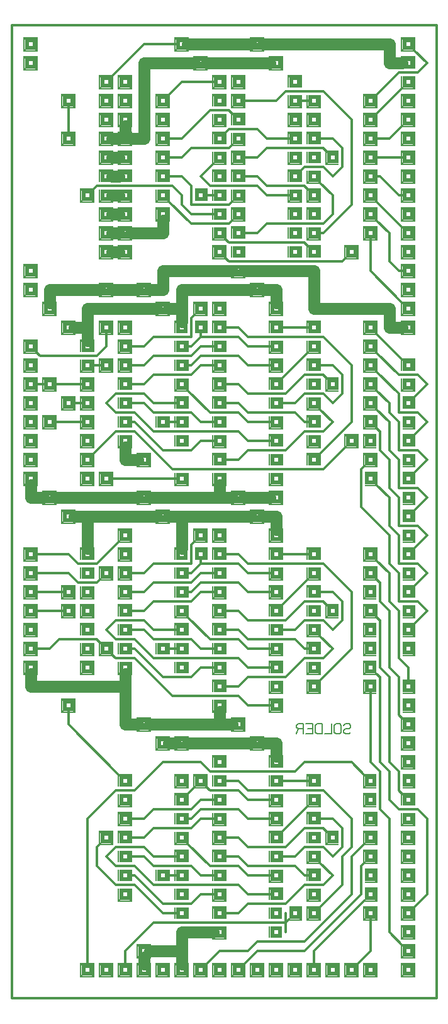
<source format=gbl>
%MOIN*%
%FSLAX23Y23*%
%ADD10C,.012*%
%ADD11C,.062*%
%ADD12C,.050X.024*%
%ADD13R,.062X.062X.024*%
%ADD14C,.016*%
%ADD15R,.008X.062*%
%ADD16R,.062X.008*%
%ADD17C,.008*%
%LPD*%
G90*X0Y0D02*D13*X400Y150D03*D14*X431Y181D03*      
Y119D03*X369Y181D03*Y119D03*D15*X435Y150D03*      
X365D03*D16*X400Y185D03*Y115D03*Y181D02*D10*      
Y950D01*X550Y1100D01*X650D01*X800Y1250D01*        
X1000D01*X1050Y1200D01*X1500D01*X1550Y1250D01*    
X1800D01*X1869Y1181D01*D13*X1900Y1150D03*D14*     
X1869Y1181D03*Y1119D03*D15*X1865Y1150D03*D16*     
X1900Y1185D03*Y1115D03*X1950Y1200D02*D10*Y1000D01*
X2000Y950D01*Y350D01*X2069Y281D01*D13*            
X2100Y250D03*D14*X2131Y281D03*Y219D03*            
X2069Y281D03*Y219D03*D15*X2135Y250D03*X2065D03*   
D16*X2100Y285D03*Y215D03*D13*Y350D03*D14*         
X2131Y381D03*Y319D03*X2069Y381D03*Y319D03*D15*    
X2135Y350D03*X2065D03*D16*X2100Y385D03*Y315D03*   
D13*Y150D03*D14*X2131Y181D03*Y119D03*X2069Y181D03*
Y119D03*D15*X2135Y150D03*X2065D03*D16*            
X2100Y185D03*Y115D03*D13*X1900Y450D03*D14*        
X1931Y481D03*Y419D03*X1869Y481D03*Y419D03*D15*    
X1935Y450D03*X1865D03*D16*X1900Y485D03*Y415D03*   
Y419D02*D10*Y250D01*X1831Y181D01*D13*X1800Y150D03*
D14*X1831Y181D03*Y119D03*X1769Y181D03*Y119D03*D15*
X1835Y150D03*X1765D03*D16*X1800Y185D03*Y115D03*   
D13*X1900Y150D03*D14*X1931Y181D03*Y119D03*        
X1869Y181D03*Y119D03*D15*X1935Y150D03*X1865D03*   
D16*X1900Y185D03*Y115D03*D13*X1700Y150D03*D14*    
X1731Y181D03*Y119D03*X1669Y181D03*Y119D03*D15*    
X1735Y150D03*X1665D03*D16*X1700Y185D03*Y115D03*   
X1600Y250D02*D10*Y181D01*D13*Y150D03*D14*         
X1631Y181D03*Y119D03*X1569Y181D03*Y119D03*D15*    
X1635Y150D03*X1565D03*D16*X1600Y185D03*Y115D03*   
Y250D02*D10*X1869Y519D01*D13*X1900Y550D03*D14*    
X1931Y581D03*Y519D03*D15*X1935Y550D03*D16*        
X1900Y585D03*Y515D03*X1850Y550D02*D10*            
X1550Y250D01*X1300D01*X1231Y181D01*D13*           
X1200Y150D03*D14*X1231Y181D03*Y119D03*            
X1169Y181D03*Y119D03*D15*X1235Y150D03*X1165D03*   
D16*X1200Y185D03*Y115D03*X1100Y250D02*D10*        
X1031Y181D01*D13*X1000Y150D03*D14*X1031Y181D03*   
Y119D03*X969Y181D03*Y119D03*D15*X1035Y150D03*     
X965D03*D16*X1000Y185D03*Y115D03*X1100Y250D02*D10*
X1250D01*X1300Y300D01*X1550D01*X1800Y550D01*      
Y750D01*X1869Y819D01*D13*X1900Y850D03*D14*        
X1931Y881D03*Y819D03*X1869Y881D03*Y819D03*D15*    
X1935Y850D03*X1865D03*D16*X1900Y885D03*Y815D03*   
X1800Y950D02*D10*Y800D01*X1750Y750D01*Y600D01*    
X1631Y481D01*D13*X1600Y450D03*D14*X1631Y481D03*   
Y419D03*X1569Y481D03*Y419D03*D15*X1635Y450D03*    
X1565D03*D16*X1600Y485D03*Y415D03*D13*Y550D03*D14*
X1631Y519D03*X1569D03*D15*X1635Y550D03*X1565D03*  
D16*X1600Y515D03*D13*X1500Y450D03*D14*            
X1531Y481D03*Y419D03*D15*X1535Y450D03*D16*        
X1500Y485D03*Y415D03*X1469Y419D02*D10*            
X1450Y400D01*Y350D01*Y400D02*X750D01*X600Y250D01* 
Y181D01*D13*Y150D03*D14*X631Y181D03*Y119D03*      
X569Y181D03*Y119D03*D15*X635Y150D03*X565D03*D16*  
X600Y185D03*Y115D03*D13*X700Y250D03*D14*          
X731Y281D03*Y219D03*X669Y281D03*Y219D03*D15*      
X735Y250D03*X665D03*D16*X700Y285D03*Y215D03*      
Y219D02*D11*Y181D01*D13*Y150D03*D14*X731Y181D03*  
Y119D03*X669Y181D03*Y119D03*D15*X735Y150D03*      
X665D03*D16*X700Y185D03*Y115D03*D13*X800Y150D03*  
D14*X831Y181D03*Y119D03*X769Y181D03*Y119D03*D15*  
X835Y150D03*X765D03*D16*X800Y185D03*Y115D03*      
X731Y250D02*D11*X900D01*Y181D01*D13*Y150D03*D14*  
X931Y181D03*Y119D03*X869Y181D03*Y119D03*D15*      
X935Y150D03*X865D03*D16*X900Y185D03*Y115D03*      
Y250D02*D11*Y350D01*X1069D01*D13*X1100D03*D14*    
X1131Y319D03*X1069D03*D15*X1135Y350D03*X1065D03*  
D16*X1100Y315D03*X1200Y450D02*D10*X1131D01*D13*   
X1100D03*D14*X1131Y481D03*X1069D03*D15*           
X1135Y450D03*X1065D03*D16*X1100Y485D03*           
X1000Y550D02*D10*X950Y500D01*X800D01*X650Y650D01* 
X631D01*D13*X600D03*D15*X635D03*X565D03*          
X650Y600D02*D10*X800Y450D01*X869D01*D13*X900D03*  
D15*X935D03*X865D03*X1000Y550D02*D10*X1069D01*D13*
X1100D03*D14*X1131Y519D03*X1069D03*D15*           
X1135Y550D03*X1065D03*D16*X1100Y515D03*           
X1200Y450D02*D10*X1250Y500D01*X1450D01*           
X1550Y600D01*X1650D01*X1700Y650D01*X1631Y719D01*  
D13*X1600Y750D03*D14*X1631Y719D03*X1569D03*D15*   
X1635Y750D03*X1565D03*D16*X1600Y715D03*           
X1650Y800D02*D10*X1700Y750D01*X1750Y800D01*       
Y900D01*X1700Y950D01*X1631D01*D13*X1600D03*D14*   
X1631Y981D03*X1569D03*D15*X1635Y950D03*X1565D03*  
D16*X1600Y985D03*X1650Y900D02*D10*X1669Y881D01*   
D13*X1700Y850D03*D14*X1669Y881D03*Y819D03*D15*    
X1665Y850D03*D16*X1700Y885D03*Y815D03*            
X1650Y900D02*D10*X1550D01*X1450Y800D01*X1250D01*  
X1200Y850D01*X1131D01*D13*X1100D03*D14*           
X1131Y881D03*Y819D03*X1069Y881D03*Y819D03*D15*    
X1135Y850D03*X1065D03*D16*X1100Y885D03*Y815D03*   
X1200Y750D02*D10*X1250Y700D01*X1500D01*           
X1550Y650D01*X1569D01*D13*X1600D03*D14*           
X1631Y681D03*X1569D03*D15*X1635Y650D03*X1565D03*  
D16*X1600Y685D03*X1500Y750D02*D10*X1431D01*D13*   
X1400D03*D15*X1435D03*X1365D03*X1500D02*D10*      
X1550Y800D01*X1650D01*D13*X1600Y850D03*D15*       
X1635D03*X1565D03*X1800Y950D02*D10*X1650Y1100D01* 
X1250D01*X1200Y1150D01*X1131D01*D13*X1100D03*D15* 
X1135D03*X1065D03*X1050Y1100D02*D10*X1200D01*     
X1250Y1050D01*X1369D01*D13*X1400D03*D14*          
X1431Y1019D03*X1369D03*D15*X1435Y1050D03*X1365D03*
D16*X1400Y1015D03*D13*Y1150D03*D15*X1435D03*      
X1365D03*X1431D02*D10*X1569D01*D13*X1600D03*D14*  
X1631Y1181D03*X1569D03*D15*X1635Y1150D03*X1565D03*
D16*X1600Y1185D03*D13*Y1050D03*D14*X1631Y1019D03* 
X1569D03*D15*X1635Y1050D03*X1565D03*D16*          
X1600Y1015D03*X1569Y1019D02*D10*X1431Y881D01*D13* 
X1400Y850D03*D14*X1431Y881D03*X1369D03*D15*       
X1435Y850D03*X1365D03*D16*X1400Y885D03*D13*       
Y950D03*D14*X1431Y981D03*Y919D03*X1369Y981D03*    
Y919D03*D15*X1435Y950D03*X1365D03*D16*            
X1400Y985D03*Y915D03*X1369Y950D02*D10*X1250D01*   
X1200Y1000D01*X1000D01*X950Y950D01*X931D01*D13*   
X900D03*D15*X935D03*X865D03*X950Y900D02*D10*      
X750D01*X700Y850D01*X631D01*D13*X600D03*D14*      
X631Y881D03*X569D03*D15*X635Y850D03*X565D03*D16*  
X600Y885D03*X550Y800D02*D10*X500Y750D01*          
X550Y700D01*X650D01*X750Y600D01*X1200D01*         
X1250Y550D01*X1369D01*D13*X1400D03*D14*           
X1431Y581D03*X1369D03*D15*X1435Y550D03*X1365D03*  
D16*X1400Y585D03*D13*Y650D03*D14*X1431Y619D03*    
X1369D03*D15*X1435Y650D03*X1365D03*D16*           
X1400Y615D03*X1369Y650D02*D10*X1250D01*           
X1200Y700D01*X1050D01*X931Y819D01*D13*X900Y850D03*
D14*X931Y819D03*X869D03*D15*X935Y850D03*X865D03*  
D16*X900Y815D03*X950Y900D02*D10*X1000Y950D01*     
X1069D01*D13*X1100D03*D14*X1131Y919D03*X1069D03*  
D15*X1135Y950D03*X1065D03*D16*X1100Y915D03*       
X1000Y1050D02*D10*X950Y1000D01*X750D01*           
X700Y950D01*X631D01*D13*X600D03*D14*X631Y981D03*  
Y919D03*X569Y981D03*Y919D03*D15*X635Y950D03*      
X565D03*D16*X600Y985D03*Y915D03*D13*X500Y850D03*  
D14*X531Y881D03*Y819D03*X469Y881D03*Y819D03*D15*  
X535Y850D03*X465D03*D16*X500Y885D03*Y815D03*      
X469Y819D02*D10*X450Y800D01*Y700D01*X550Y600D01*  
X650D01*D13*X600Y550D03*D14*X631Y519D03*X569D03*  
D15*X635Y550D03*X565D03*D16*X600Y515D03*          
X750Y700D02*D10*X950D01*X1000Y650D01*X1069D01*D13*
X1100D03*D15*X1135D03*X1065D03*X1200Y750D02*D10*  
X1131D01*D13*X1100D03*D14*X1131Y781D03*X1069D03*  
D15*X1135Y750D03*X1065D03*D16*X1100Y785D03*D13*   
X900Y550D03*D15*X935D03*X865D03*D13*X900Y750D03*  
D14*X931Y781D03*X869D03*D15*X935Y750D03*X865D03*  
D16*X900Y785D03*X869Y750D02*D10*X750D01*          
X700Y800D01*X550D01*D13*X600Y750D03*D15*X635D03*  
X565D03*X631D02*D10*X700D01*X750Y700D01*D13*      
X800Y650D03*D15*X835D03*X765D03*X831D02*D10*      
X869D01*D13*X900D03*D15*X935D03*X865D03*D13*      
X1100Y1050D03*D15*X1135D03*X1065D03*X1069D02*D10* 
X1000D01*X1050Y1100D02*X1031Y1119D01*D13*         
X1000Y1150D03*D14*X1031Y1181D03*Y1119D03*         
X969Y1181D03*Y1119D03*D15*X1035Y1150D03*X965D03*  
D16*X1000Y1185D03*Y1115D03*X969Y1119D02*D10*      
X931Y1081D01*D13*X900Y1050D03*D14*X931Y1081D03*   
X869D03*D15*X935Y1050D03*X865D03*D16*X900Y1085D03*
D13*Y1150D03*D14*X931Y1181D03*Y1119D03*           
X869Y1181D03*Y1119D03*D15*X935Y1150D03*X865D03*   
D16*X900Y1185D03*Y1115D03*D13*X1100Y1250D03*D14*  
X1131Y1281D03*X1069D03*D15*X1135Y1250D03*X1065D03*
D16*X1100Y1285D03*D13*X600Y1150D03*D14*           
X631Y1181D03*X569D03*D15*X635Y1150D03*X565D03*D16*
X600Y1185D03*X569Y1181D02*D10*X300Y1450D01*       
Y1519D01*D13*Y1550D03*D14*X331Y1581D03*Y1519D03*  
X269Y1581D03*Y1519D03*D15*X335Y1550D03*X265D03*   
D16*X300Y1585D03*Y1515D03*D13*X100Y1750D03*D14*   
X131Y1781D03*Y1719D03*X69Y1781D03*Y1719D03*D15*   
X135Y1750D03*X65D03*D16*X100Y1785D03*Y1715D03*    
Y1719D02*D11*Y1650D01*X600D01*Y1450D01*X669D01*   
D13*X700D03*D14*X731Y1481D03*Y1419D03*            
X669Y1481D03*Y1419D03*D15*X735Y1450D03*X665D03*   
D16*X700Y1485D03*Y1415D03*X731Y1450D02*D11*       
X1100D01*X1169D01*D13*X1200D03*D14*X1231Y1481D03* 
Y1419D03*X1169Y1481D03*Y1419D03*D15*X1235Y1450D03*
X1165D03*D16*X1200Y1485D03*Y1415D03*D13*          
X1300Y1350D03*D14*X1331Y1381D03*Y1319D03*         
X1269Y1381D03*Y1319D03*D15*X1335Y1350D03*X1265D03*
D16*X1300Y1385D03*Y1315D03*X1269Y1350D02*D11*     
X931D01*D13*X900D03*D14*X931Y1381D03*Y1319D03*    
X869Y1381D03*Y1319D03*D15*X935Y1350D03*X865D03*   
D16*X900Y1385D03*Y1315D03*X869Y1350D02*D11*       
X831D01*D13*X800D03*D14*X831Y1381D03*Y1319D03*    
X769Y1381D03*Y1319D03*D15*X835Y1350D03*X765D03*   
D16*X800Y1385D03*Y1315D03*X850Y1600D02*D10*       
X1200D01*X1250Y1550D01*X1369D01*D13*X1400D03*D14* 
X1431Y1581D03*Y1519D03*X1369Y1581D03*Y1519D03*D15*
X1435Y1550D03*X1365D03*D16*X1400Y1585D03*Y1515D03*
D13*Y1650D03*D14*X1431Y1619D03*X1369D03*D15*      
X1435Y1650D03*X1365D03*D16*X1400Y1615D03*         
X1250Y1700D02*D10*X1200Y1650D01*X1131D01*D13*     
X1100D03*D14*X1131Y1681D03*X1069D03*D15*          
X1135Y1650D03*X1065D03*D16*X1100Y1685D03*         
X1000Y1750D02*D10*X950Y1700D01*X800D01*           
X650Y1850D01*X631D01*D13*X600D03*D15*X635D03*     
X565D03*X650Y1800D02*D10*X850Y1600D01*            
X1000Y1750D02*X1069D01*D13*X1100D03*D14*          
X1131Y1719D03*X1069D03*D15*X1135Y1750D03*X1065D03*
D16*X1100Y1715D03*X1000Y1850D02*D10*X1069D01*D13* 
X1100D03*D15*X1135D03*X1065D03*X1050Y1900D02*D10* 
X1200D01*X1250Y1850D01*X1369D01*D13*X1400D03*D14* 
X1431Y1819D03*X1369D03*D15*X1435Y1850D03*X1365D03*
D16*X1400Y1815D03*X1500Y1950D02*D10*X1431D01*D13* 
X1400D03*D15*X1435D03*X1365D03*X1450Y2000D02*D10* 
X1250D01*X1200Y2050D01*X1131D01*D13*X1100D03*D14* 
X1131Y2081D03*Y2019D03*X1069Y2081D03*Y2019D03*D15*
X1135Y2050D03*X1065D03*D16*X1100Y2085D03*Y2015D03*
X1200Y1950D02*D10*X1250Y1900D01*X1500D01*         
X1550Y1850D01*X1569D01*D13*X1600D03*D14*          
X1631Y1881D03*X1569D03*D15*X1635Y1850D03*X1565D03*
D16*X1600Y1885D03*X1650Y1800D02*D10*X1550D01*     
X1450Y1700D01*X1250D01*Y1750D02*X1369D01*D13*     
X1400D03*D14*X1431Y1781D03*X1369D03*D15*          
X1435Y1750D03*X1365D03*D16*X1400Y1785D03*         
X1250Y1750D02*D10*X1200Y1800D01*X750D01*          
X650Y1900D01*X550D01*X500Y1950D01*X550Y2000D01*   
X700D01*X750Y1950D01*X869D01*D13*X900D03*D14*     
X931Y1981D03*X869D03*D15*X935Y1950D03*X865D03*D16*
X900Y1985D03*X950Y1900D02*D10*X1000Y1850D01*      
X1050Y1900D02*X931Y2019D01*D13*X900Y2050D03*D14*  
X931Y2019D03*X869D03*D15*X935Y2050D03*X865D03*D16*
X900Y2015D03*X950Y2100D02*D10*X750D01*            
X700Y2050D01*X631D01*D13*X600D03*D14*X631Y2081D03*
X569D03*D15*X635Y2050D03*X565D03*D16*X600Y2085D03*
X700Y1950D02*D10*X750Y1900D01*X950D01*D13*        
X900Y1850D03*D15*X935D03*X865D03*X869D02*D10*     
X831D01*D13*X800D03*D15*X835D03*X765D03*D13*      
X900Y1750D03*D15*X935D03*X865D03*X700Y1950D02*D10*
X631D01*D13*X600D03*D15*X635D03*X565D03*D13*      
X500Y1850D03*D14*X531Y1881D03*Y1819D03*           
X469Y1881D03*Y1819D03*D15*X535Y1850D03*X465D03*   
D16*X500Y1885D03*Y1815D03*X531Y1819D02*D10*       
X550Y1800D01*X650D01*D13*X600Y1750D03*D14*        
X631Y1719D03*X569D03*D15*X635Y1750D03*X565D03*D16*
X600Y1715D03*Y1719D02*D11*Y1650D01*D13*           
X400Y1850D03*D14*X431Y1819D03*X369D03*D15*        
X435Y1850D03*X365D03*D16*X400Y1815D03*D13*        
Y1750D03*D14*X431Y1781D03*Y1719D03*X369Y1781D03*  
Y1719D03*D15*X435Y1750D03*X365D03*D16*            
X400Y1785D03*Y1715D03*X469Y1881D02*D10*           
X450Y1900D01*X250D01*X200Y1850D01*X131D01*D13*    
X100D03*D14*X131Y1881D03*Y1819D03*X69Y1881D03*    
Y1819D03*D15*X135Y1850D03*X65D03*D16*X100Y1885D03*
Y1815D03*D13*Y1950D03*D14*X131Y1981D03*Y1919D03*  
X69Y1981D03*Y1919D03*D15*X135Y1950D03*X65D03*D16* 
X100Y1985D03*Y1915D03*D13*X300Y2050D03*D14*       
X331Y2081D03*Y2019D03*X269Y2081D03*Y2019D03*D15*  
X335Y2050D03*X265D03*D16*X300Y2085D03*Y2015D03*   
X269Y2050D02*D10*X131D01*D13*X100D03*D14*         
X131Y2081D03*Y2019D03*X69Y2081D03*Y2019D03*D15*   
X135Y2050D03*X65D03*D16*X100Y2085D03*Y2015D03*D13*
Y2150D03*D14*X131Y2181D03*Y2119D03*X69Y2181D03*   
Y2119D03*D15*X135Y2150D03*X65D03*D16*X100Y2185D03*
Y2115D03*X131Y2150D02*D10*X269D01*D13*X300D03*D14*
X331Y2181D03*Y2119D03*X269Y2181D03*Y2119D03*D15*  
X335Y2150D03*X265D03*D16*X300Y2185D03*Y2115D03*   
X350Y2200D02*D10*X450D01*X469Y2219D01*D13*        
X500Y2250D03*D14*X531Y2281D03*Y2219D03*           
X469Y2281D03*Y2219D03*D15*X535Y2250D03*X465D03*   
D16*X500Y2285D03*Y2215D03*X450Y2300D02*D10*       
X350D01*X300Y2350D01*X131D01*D13*X100D03*D14*     
X131Y2381D03*Y2319D03*X69Y2381D03*Y2319D03*D15*   
X135Y2350D03*X65D03*D16*X100Y2385D03*Y2315D03*D13*
Y2250D03*D14*X131Y2281D03*Y2219D03*X69Y2281D03*   
Y2219D03*D15*X135Y2250D03*X65D03*D16*X100Y2285D03*
Y2215D03*X131Y2250D02*D10*X300D01*X350Y2200D01*   
D13*X400Y2150D03*D14*X431Y2119D03*X369D03*D15*    
X435Y2150D03*X365D03*D16*X400Y2115D03*D13*        
Y2250D03*D15*X435D03*X365D03*X450Y2300D02*D10*    
X569Y2419D01*D13*X600Y2450D03*D14*X631Y2481D03*   
Y2419D03*X569Y2481D03*Y2419D03*D15*X635Y2450D03*  
X565D03*D16*X600Y2485D03*Y2415D03*D13*Y2350D03*   
D14*X631Y2381D03*Y2319D03*X569Y2381D03*Y2319D03*  
D15*X635Y2350D03*X565D03*D16*X600Y2385D03*        
Y2315D03*X750Y2300D02*D10*X700Y2250D01*X631D01*   
D13*X600D03*D14*X631Y2281D03*Y2219D03*            
X569Y2281D03*Y2219D03*D15*X635Y2250D03*X565D03*   
D16*X600Y2285D03*Y2215D03*X700Y2150D02*D10*       
X631D01*D13*X600D03*D14*X631Y2181D03*Y2119D03*    
X569Y2181D03*Y2119D03*D15*X635Y2150D03*X565D03*   
D16*X600Y2185D03*Y2115D03*X700Y2150D02*D10*       
X750Y2200D01*X950D01*X1000Y2250D01*X1069D01*D13*  
X1100D03*D15*X1135D03*X1065D03*X1200Y2350D02*D10* 
X1250Y2300D01*X1650D01*X1800Y2150D01*Y1850D01*    
X1631Y1681D01*D13*X1600Y1650D03*D14*X1631Y1681D03*
Y1619D03*X1569Y1681D03*Y1619D03*D15*X1635Y1650D03*
X1565D03*D16*X1600Y1685D03*Y1615D03*D13*Y1750D03* 
D14*X1631Y1719D03*X1569D03*D15*X1635Y1750D03*     
X1565D03*D16*X1600Y1715D03*X1650Y1800D02*D10*     
X1700Y1850D01*X1631Y1919D01*D13*X1600Y1950D03*D14*
X1631Y1919D03*X1569D03*D15*X1635Y1950D03*X1565D03*
D16*X1600Y1915D03*X1650Y2000D02*D10*X1700Y1950D01*
X1750Y2000D01*Y2100D01*X1700Y2150D01*X1631D01*D13*
X1600D03*D14*X1631Y2181D03*X1569D03*D15*          
X1635Y2150D03*X1565D03*D16*X1600Y2185D03*         
X1650Y2100D02*D10*X1669Y2081D01*D13*X1700Y2050D03*
D14*X1669Y2081D03*Y2019D03*D15*X1665Y2050D03*D16* 
X1700Y2085D03*Y2015D03*X1650Y2100D02*D10*X1550D01*
X1450Y2000D01*X1500Y1950D02*X1550Y2000D01*        
X1650D01*D13*X1600Y2050D03*D15*X1635D03*X1565D03* 
D13*X1900Y1750D03*D14*X1869Y1781D03*Y1719D03*D15* 
X1865Y1750D03*D16*X1900Y1785D03*Y1715D03*         
X1931Y1719D02*D10*X1950Y1700D01*Y1250D01*         
X2000Y1200D01*Y1050D01*X2050Y1000D01*X2150D01*    
X2200Y950D01*Y550D01*X2131Y481D01*D13*            
X2100Y450D03*D14*X2131Y481D03*Y419D03*            
X2069Y481D03*Y419D03*D15*X2135Y450D03*X2065D03*   
D16*X2100Y485D03*Y415D03*D13*Y550D03*D14*         
X2131Y581D03*Y519D03*X2069Y581D03*Y519D03*D15*    
X2135Y550D03*X2065D03*D16*X2100Y585D03*Y515D03*   
D13*X1900Y650D03*D14*X1931Y681D03*Y619D03*D15*    
X1935Y650D03*D16*X1900Y685D03*Y615D03*D13*        
X2100Y650D03*D14*X2131Y681D03*Y619D03*            
X2069Y681D03*Y619D03*D15*X2135Y650D03*X2065D03*   
D16*X2100Y685D03*Y615D03*X1850Y700D02*D10*Y550D01*
Y700D02*X1869Y719D01*D13*X1900Y750D03*D14*        
X1931Y781D03*Y719D03*X1869Y781D03*Y719D03*D15*    
X1935Y750D03*X1865D03*D16*X1900Y785D03*Y715D03*   
D13*X2100Y950D03*D14*X2131Y919D03*X2069D03*D15*   
X2135Y950D03*X2065D03*D16*X2100Y915D03*D13*       
Y750D03*D14*X2131Y781D03*Y719D03*X2069Y781D03*    
Y719D03*D15*X2135Y750D03*X2065D03*D16*            
X2100Y785D03*Y715D03*D13*X1900Y950D03*D14*        
X1931Y981D03*Y919D03*X1869Y981D03*Y919D03*D15*    
X1935Y950D03*X1865D03*D16*X1900Y985D03*Y915D03*   
D13*X2100Y850D03*D14*X2131Y881D03*Y819D03*        
X2069Y881D03*Y819D03*D15*X2135Y850D03*X2065D03*   
D16*X2100Y885D03*Y815D03*D13*Y1050D03*D14*        
X2131Y1081D03*X2069D03*D15*X2135Y1050D03*X2065D03*
D16*X2100Y1085D03*X2069Y1081D02*D10*X2050Y1100D01*
Y1200D01*X2000Y1250D01*Y1700D01*X1950Y1750D01*    
Y2000D01*X1931Y2019D01*D13*X1900Y2050D03*D14*     
X1931Y2081D03*Y2019D03*X1869Y2081D03*Y2019D03*D15*
X1935Y2050D03*X1865D03*D16*X1900Y2085D03*Y2015D03*
X1950Y2100D02*D10*X2000Y2050D01*Y1750D01*         
X2050Y1700D01*Y1500D01*X2069Y1481D01*D13*         
X2100Y1450D03*D14*X2131Y1481D03*Y1419D03*         
X2069Y1481D03*Y1419D03*D15*X2135Y1450D03*X2065D03*
D16*X2100Y1485D03*Y1415D03*D13*Y1550D03*D14*      
X2131Y1581D03*Y1519D03*D15*X2135Y1550D03*D16*     
X2100Y1585D03*Y1515D03*D13*Y1350D03*D14*          
X2131Y1381D03*Y1319D03*X2069Y1381D03*Y1319D03*D15*
X2135Y1350D03*X2065D03*D16*X2100Y1385D03*Y1315D03*
D13*X1900Y1650D03*D14*X1869Y1681D03*Y1619D03*D15* 
X1865Y1650D03*D16*X1900Y1685D03*Y1615D03*Y1619D02*
D10*Y1250D01*X1950Y1200D01*D13*X2100Y1150D03*D14* 
X2131Y1181D03*Y1119D03*D15*X2135Y1150D03*D16*     
X2100Y1185D03*Y1115D03*D13*X1900Y1050D03*D14*     
X1869Y1081D03*Y1019D03*D15*X1865Y1050D03*D16*     
X1900Y1085D03*Y1015D03*D13*X2100Y1250D03*D14*     
X2131Y1281D03*Y1219D03*X2069Y1281D03*Y1219D03*D15*
X2135Y1250D03*X2065D03*D16*X2100Y1285D03*Y1215D03*
X1759Y1445D02*D17*X1768Y1454D01*X1786D01*         
X1795Y1445D01*Y1436D01*X1786Y1427D01*X1768D01*    
X1759Y1418D01*Y1409D01*X1768Y1400D01*X1786D01*    
X1795Y1409D01*X1709D02*X1718Y1400D01*X1736D01*    
X1745Y1409D01*Y1445D01*X1736Y1454D01*X1718D01*    
X1709Y1445D01*Y1409D01*X1695Y1454D02*Y1400D01*    
X1659D01*X1645D02*Y1454D01*X1618D01*X1609Y1445D01*
Y1409D01*X1618Y1400D01*X1645D01*X1559D02*X1595D01*
Y1454D01*X1559D01*X1595Y1427D02*X1568D01*         
X1545Y1400D02*Y1454D01*X1518D01*X1509Y1445D01*    
Y1436D01*X1518Y1427D01*X1545D01*X1518D02*         
X1509Y1400D01*D13*X2100Y1650D03*D14*X2131Y1681D03*
Y1619D03*D15*X2135Y1650D03*D16*X2100Y1685D03*     
Y1615D03*Y1681D02*D10*Y1750D01*X2050Y1800D01*     
Y2050D01*X2000Y2100D01*Y2250D01*X1931Y2319D01*D13*
X1900Y2350D03*D14*X1931Y2381D03*Y2319D03*         
X1869Y2381D03*Y2319D03*D15*X1935Y2350D03*X1865D03*
D16*X1900Y2385D03*Y2315D03*X2000Y2450D02*D10*     
Y2300D01*X2050Y2250D01*Y2100D01*X2150D01*         
X2200Y2050D01*X2131Y1981D01*D13*X2100Y1950D03*D14*
X2131Y1981D03*Y1919D03*D15*X2135Y1950D03*D16*     
X2100Y1985D03*Y1915D03*D13*Y2050D03*D14*          
X2131Y2019D03*D15*X2135Y2050D03*D16*X2100Y2015D03*
D13*Y1850D03*D14*X2131Y1881D03*Y1819D03*D15*      
X2135Y1850D03*D16*X2100Y1885D03*Y1815D03*         
X1950Y2100D02*D10*Y2200D01*X1931Y2219D01*D13*     
X1900Y2250D03*D14*X1931Y2281D03*Y2219D03*         
X1869Y2281D03*Y2219D03*D15*X1935Y2250D03*X1865D03*
D16*X1900Y2285D03*Y2215D03*D13*Y2150D03*D14*      
X1869Y2181D03*Y2119D03*D15*X1865Y2150D03*D16*     
X1900Y2185D03*Y2115D03*X2050Y2300D02*D10*X2150D01*
X2200Y2250D01*X2131Y2181D01*D13*X2100Y2150D03*D14*
X2131Y2181D03*D15*X2135Y2150D03*D16*X2100Y2185D03*
D13*Y2250D03*D14*X2131Y2219D03*D15*X2135Y2250D03* 
D16*X2100Y2215D03*X2050Y2300D02*D10*Y2450D01*     
X2000Y2500D01*Y2650D01*X1931Y2719D01*D13*         
X1900Y2750D03*D14*X1931Y2781D03*Y2719D03*D15*     
X1935Y2750D03*D16*X1900Y2785D03*Y2715D03*         
X1850Y2800D02*D10*Y2600D01*X2000Y2450D01*         
X2050Y2500D02*X2150D01*X2200Y2450D01*             
X2131Y2381D01*D13*X2100Y2350D03*D14*X2131Y2381D03*
D15*X2135Y2350D03*D16*X2100Y2385D03*D13*Y2450D03* 
D14*X2131Y2419D03*D15*X2135Y2450D03*D16*          
X2100Y2415D03*X2050Y2500D02*D10*Y2650D01*         
X2000Y2700D01*Y2850D01*X1950Y2900D01*Y3000D01*    
X1931Y3019D01*D13*X1900Y3050D03*D14*X1931Y3081D03*
Y3019D03*X1869Y3081D03*Y3019D03*D15*X1935Y3050D03*
X1865D03*D16*X1900Y3085D03*Y3015D03*X2000Y3150D02*
D10*Y3100D01*X2050Y3050D01*Y2900D01*X2150D01*     
X2200Y2850D01*X2131Y2781D01*D13*X2100Y2750D03*D14*
X2131Y2781D03*D15*X2135Y2750D03*D16*X2100Y2785D03*
X2150Y2700D02*D10*X2200Y2650D01*X2131Y2581D01*D13*
X2100Y2550D03*D14*X2131Y2581D03*D15*X2135Y2550D03*
D16*X2100Y2585D03*D13*Y2650D03*D14*X2131Y2619D03* 
D15*X2135Y2650D03*D16*X2100Y2615D03*X2150Y2700D02*
D10*X2050D01*Y2850D01*X2000Y2900D01*Y3050D01*     
X1931Y3119D01*D13*X1900Y3150D03*D14*X1931Y3181D03*
Y3119D03*X1869Y3181D03*Y3119D03*D15*X1935Y3150D03*
X1865D03*D16*X1900Y3185D03*Y3115D03*X1800Y3050D02*
D10*X1631Y2881D01*D13*X1600Y2850D03*D14*          
X1631Y2881D03*X1569D03*D15*X1635Y2850D03*X1565D03*
D16*X1600Y2885D03*X1650Y2800D02*D10*X850D01*      
X650Y3000D01*X550D01*X431Y2881D01*D13*            
X400Y2850D03*D14*X431Y2881D03*Y2819D03*           
X369Y2881D03*Y2819D03*D15*X435Y2850D03*X365D03*   
D16*X400Y2885D03*Y2815D03*D13*X500Y2750D03*D14*   
X531Y2781D03*Y2719D03*X469Y2781D03*Y2719D03*D15*  
X535Y2750D03*X465D03*D16*X500Y2785D03*Y2715D03*   
X531Y2750D02*D10*X869D01*D13*X900D03*D14*         
X931Y2719D03*X869D03*D15*X935Y2750D03*X865D03*D16*
X900Y2715D03*X950Y2900D02*D10*X800D01*            
X650Y3050D01*X631D01*D13*X600D03*D15*X635D03*     
X565D03*X650Y3100D02*D10*X750Y3000D01*X1200D01*   
X1250Y2950D01*X1369D01*D13*X1400D03*D14*          
X1431Y2981D03*X1369D03*D15*X1435Y2950D03*X1365D03*
D16*X1400Y2985D03*X1450Y2900D02*D10*X1250D01*     
X1200Y2850D01*X1131D01*D13*X1100D03*D14*          
X1131Y2881D03*X1069D03*D15*X1135Y2850D03*X1065D03*
D16*X1100Y2885D03*X1000Y2950D02*D10*X950Y2900D01* 
X1000Y2950D02*X1069D01*D13*X1100D03*D14*          
X1131Y2919D03*X1069D03*D15*X1135Y2950D03*X1065D03*
D16*X1100Y2915D03*X1000Y3050D02*D10*X1069D01*D13* 
X1100D03*D15*X1135D03*X1065D03*X1050Y3100D02*D10* 
X1200D01*X1250Y3050D01*X1369D01*D13*X1400D03*D14* 
X1431Y3019D03*X1369D03*D15*X1435Y3050D03*X1365D03*
D16*X1400Y3015D03*X1500Y3150D02*D10*X1431D01*D13* 
X1400D03*D15*X1435D03*X1365D03*X1450Y3200D02*D10* 
X1250D01*X1200Y3250D01*X1131D01*D13*X1100D03*D14* 
X1131Y3281D03*Y3219D03*X1069Y3281D03*Y3219D03*D15*
X1135Y3250D03*X1065D03*D16*X1100Y3285D03*Y3215D03*
X1200Y3150D02*D10*X1250Y3100D01*X1500D01*         
X1550Y3050D01*X1569D01*D13*X1600D03*D14*          
X1631Y3081D03*X1569D03*D15*X1635Y3050D03*X1565D03*
D16*X1600Y3085D03*X1650Y3000D02*D10*X1550D01*     
X1450Y2900D01*D13*X1400Y2850D03*D15*X1435D03*     
X1365D03*D13*X1400Y2750D03*D14*X1431Y2719D03*     
X1369D03*D15*X1435Y2750D03*X1365D03*D16*          
X1400Y2715D03*D13*X1600Y2950D03*D14*X1631Y2919D03*
X1569D03*D15*X1635Y2950D03*X1565D03*D16*          
X1600Y2915D03*X1650Y2800D02*D10*X1769Y2919D01*D13*
X1800Y2950D03*D14*X1831Y2981D03*Y2919D03*         
X1769Y2981D03*Y2919D03*D15*X1835Y2950D03*X1765D03*
D16*X1800Y2985D03*Y2915D03*D13*X1900Y2850D03*D14* 
X1931Y2881D03*Y2819D03*X1869Y2881D03*Y2819D03*D15*
X1935Y2850D03*X1865D03*D16*X1900Y2885D03*Y2815D03*
X1869Y2819D02*D10*X1850Y2800D01*D13*X1900Y2950D03*
D14*X1869Y2981D03*Y2919D03*D15*X1865Y2950D03*D16* 
X1900Y2985D03*Y2915D03*X1650Y3000D02*D10*         
X1700Y3050D01*X1631Y3119D01*D13*X1600Y3150D03*D14*
X1631Y3119D03*X1569D03*D15*X1635Y3150D03*X1565D03*
D16*X1600Y3115D03*X1650Y3200D02*D10*X1700Y3150D01*
X1750Y3200D01*Y3300D01*X1700Y3350D01*X1631D01*D13*
X1600D03*D14*X1631Y3381D03*X1569D03*D15*          
X1635Y3350D03*X1565D03*D16*X1600Y3385D03*         
X1650Y3300D02*D10*X1669Y3281D01*D13*X1700Y3250D03*
D14*X1669Y3281D03*Y3219D03*D15*X1665Y3250D03*D16* 
X1700Y3285D03*Y3215D03*X1650Y3300D02*D10*X1550D01*
X1450Y3200D01*X1500Y3150D02*X1550Y3200D01*        
X1650D01*D13*X1600Y3250D03*D15*X1635D03*X1565D03* 
X1800Y3050D02*D10*Y3350D01*X1650Y3500D01*X1250D01*
X1200Y3550D01*X1131D01*D13*X1100D03*D14*          
X1131Y3581D03*X1069D03*D15*X1135Y3550D03*X1065D03*
D16*X1100Y3585D03*D13*X1000Y3650D03*D14*          
X1031Y3681D03*Y3619D03*X969Y3681D03*Y3619D03*D15* 
X1035Y3650D03*X965D03*D16*X1000Y3685D03*Y3615D03* 
X969Y3619D02*D10*X950Y3600D01*Y3500D01*X750D01*   
X700Y3450D01*X631D01*D13*X600D03*D14*X631Y3481D03*
Y3419D03*X569Y3481D03*Y3419D03*D15*X635Y3450D03*  
X565D03*D16*X600Y3485D03*Y3415D03*X700Y3350D02*   
D10*X631D01*D13*X600D03*D14*X631Y3381D03*Y3319D03*
X569Y3381D03*Y3319D03*D15*X635Y3350D03*X565D03*   
D16*X600Y3385D03*Y3315D03*X700Y3250D02*D10*       
X631D01*D13*X600D03*D14*X631Y3281D03*X569D03*D15* 
X635Y3250D03*X565D03*D16*X600Y3285D03*            
X550Y3200D02*D10*X500Y3150D01*X550Y3100D01*       
X650D01*X700Y3150D02*X750Y3100D01*X950D01*        
X1000Y3050D01*X1050Y3100D02*X931Y3219D01*D13*     
X900Y3250D03*D14*X931Y3219D03*X869D03*D15*        
X935Y3250D03*X865D03*D16*X900Y3215D03*            
X950Y3300D02*D10*X750D01*X700Y3250D01*Y3200D02*   
X750Y3150D01*X869D01*D13*X900D03*D14*X931Y3181D03*
X869D03*D15*X935Y3150D03*X865D03*D16*X900Y3185D03*
D13*X800Y3050D03*D15*X835D03*X765D03*X831D02*D10* 
X869D01*D13*X900D03*D15*X935D03*X865D03*D13*      
X900Y2950D03*D15*X935D03*X865D03*D13*X700Y2850D03*
D14*X731Y2881D03*Y2819D03*X669Y2881D03*Y2819D03*  
D15*X735Y2850D03*X665D03*D16*X700Y2885D03*        
Y2815D03*X669Y2850D02*D11*X600D01*Y2919D01*D13*   
Y2950D03*D14*X631Y2919D03*X569D03*D15*            
X635Y2950D03*X565D03*D16*X600Y2915D03*D13*        
X400Y3150D03*D14*X431Y3181D03*Y3119D03*           
X369Y3181D03*Y3119D03*D15*X435Y3150D03*X365D03*   
D16*X400Y3185D03*Y3115D03*X369Y3150D02*D10*       
X331D01*D13*X300D03*D14*X331Y3181D03*Y3119D03*    
X269Y3181D03*Y3119D03*D15*X335Y3150D03*X265D03*   
D16*X300Y3185D03*Y3115D03*D13*X400Y3050D03*D14*   
X431Y3081D03*Y3019D03*X369Y3081D03*Y3019D03*D15*  
X435Y3050D03*X365D03*D16*X400Y3085D03*Y3015D03*   
X369Y3050D02*D10*X231D01*D13*X200D03*D14*         
X231Y3081D03*Y3019D03*X169Y3081D03*Y3019D03*D15*  
X235Y3050D03*X165D03*D16*X200Y3085D03*Y3015D03*   
D13*X100Y3150D03*D14*X131Y3181D03*Y3119D03*       
X69Y3181D03*Y3119D03*D15*X135Y3150D03*X65D03*D16* 
X100Y3185D03*Y3115D03*D13*Y2950D03*D14*           
X131Y2981D03*Y2919D03*X69Y2981D03*Y2919D03*D15*   
X135Y2950D03*X65D03*D16*X100Y2985D03*Y2915D03*D13*
Y3050D03*D14*X131Y3081D03*Y3019D03*X69Y3081D03*   
Y3019D03*D15*X135Y3050D03*X65D03*D16*X100Y3085D03*
Y3015D03*D13*X400Y3250D03*D14*X431Y3281D03*       
Y3219D03*X369Y3281D03*Y3219D03*D15*X435Y3250D03*  
X365D03*D16*X400Y3285D03*Y3215D03*X369Y3250D02*   
D10*X231D01*D13*X200D03*D14*X231Y3281D03*Y3219D03*
X169Y3281D03*Y3219D03*D15*X235Y3250D03*X165D03*   
D16*X200Y3285D03*Y3215D03*X169Y3250D02*D10*       
X131D01*D13*X100D03*D14*X131Y3281D03*Y3219D03*    
X69Y3281D03*Y3219D03*D15*X135Y3250D03*X65D03*D16* 
X100Y3285D03*Y3215D03*D13*Y3350D03*D14*           
X131Y3381D03*Y3319D03*X69Y3381D03*Y3319D03*D15*   
X135Y3350D03*X65D03*D16*X100Y3385D03*Y3315D03*    
X150Y3400D02*D10*X450D01*X500Y3450D01*Y3519D01*   
D13*Y3550D03*D14*X531Y3581D03*Y3519D03*           
X469Y3581D03*Y3519D03*D15*X535Y3550D03*X465D03*   
D16*X500Y3585D03*Y3515D03*X400Y3650D02*D11*       
Y3550D01*Y3481D01*D13*Y3450D03*D14*X431Y3481D03*  
X369D03*D15*X435Y3450D03*X365D03*D16*X400Y3485D03*
D13*X500Y3350D03*D14*X531Y3381D03*Y3319D03*       
X469Y3381D03*Y3319D03*D15*X535Y3350D03*X465D03*   
D16*X500Y3385D03*Y3315D03*X469Y3350D02*D10*       
X431D01*D13*X400D03*D14*X431Y3319D03*X369D03*D15* 
X435Y3350D03*X365D03*D16*X400Y3315D03*            
X550Y3200D02*D10*X700D01*Y3150D02*X631D01*D13*    
X600D03*D15*X635D03*X565D03*D13*X400Y2950D03*D14* 
X431Y2981D03*Y2919D03*X369Y2981D03*Y2919D03*D15*  
X435Y2950D03*X365D03*D16*X400Y2985D03*Y2915D03*   
X700Y3350D02*D10*X750Y3400D01*X950D01*            
X1000Y3450D01*X1069D01*D13*X1100D03*D15*X1135D03* 
X1065D03*D13*X1000Y3550D03*D14*X1031Y3581D03*D15* 
X1035Y3550D03*D16*X1000Y3585D03*Y3519D02*D10*     
Y3500D01*X950Y3450D01*X931D01*D13*X900D03*D15*    
X935D03*X865D03*X1000Y3350D02*D10*X950Y3300D01*   
X1000Y3350D02*X1069D01*D13*X1100D03*D14*          
X1131Y3319D03*X1069D03*D15*X1135Y3350D03*X1065D03*
D16*X1100Y3315D03*X1000Y3400D02*D10*X950Y3350D01* 
X931D01*D13*X900D03*D15*X935D03*X865D03*          
X1000Y3400D02*D10*X1200D01*X1250Y3350D01*X1369D01*
D13*X1400D03*D14*X1431Y3381D03*Y3319D03*          
X1369Y3381D03*Y3319D03*D15*X1435Y3350D03*X1365D03*
D16*X1400Y3385D03*Y3315D03*D13*Y3450D03*D14*      
X1431Y3419D03*X1369D03*D15*X1435Y3450D03*X1365D03*
D16*X1400Y3415D03*X1369Y3450D02*D10*X1250D01*     
X1200Y3500D01*X1000D01*D13*X900Y3550D03*D14*      
X869Y3581D03*D15*X865Y3550D03*D16*X900Y3585D03*   
Y3581D02*D11*Y3650D01*X831D01*D13*X800D03*D14*    
X831Y3681D03*Y3619D03*X769Y3681D03*Y3619D03*D15*  
X835Y3650D03*X765D03*D16*X800Y3685D03*Y3615D03*   
X769Y3650D02*D11*X400D01*D13*X500Y3750D03*D14*    
X531Y3781D03*Y3719D03*X469Y3781D03*Y3719D03*D15*  
X535Y3750D03*X465D03*D16*X500Y3785D03*Y3715D03*   
X469Y3750D02*D11*X200D01*Y3681D01*D13*Y3650D03*   
D14*X231Y3681D03*Y3619D03*X169Y3681D03*Y3619D03*  
D15*X235Y3650D03*X165D03*D16*X200Y3685D03*        
Y3615D03*D13*X300Y3550D03*D14*X331Y3581D03*       
Y3519D03*X269Y3581D03*Y3519D03*D15*X335Y3550D03*  
X265D03*D16*X300Y3585D03*Y3515D03*X331Y3550D02*   
D11*X400D01*X531Y3750D02*X669D01*D13*X700D03*D14* 
X731Y3781D03*Y3719D03*X669Y3781D03*Y3719D03*D15*  
X735Y3750D03*X665D03*D16*X700Y3785D03*Y3715D03*   
X731Y3750D02*D11*X800D01*Y3850D01*X1169D01*D13*   
X1200D03*D14*X1231Y3819D03*X1169D03*D15*          
X1235Y3850D03*X1165D03*D16*X1200Y3815D03*         
X1231Y3850D02*D11*X1600D01*Y3650D01*X2000D01*     
Y3550D01*X2069D01*D13*X2100D03*D14*X2131Y3581D03* 
Y3519D03*X2069Y3581D03*Y3519D03*D15*X2135Y3550D03*
X2065D03*D16*X2100Y3585D03*Y3515D03*D13*Y3650D03* 
D14*X2131Y3681D03*Y3619D03*X2069Y3681D03*Y3619D03*
D15*X2135Y3650D03*X2065D03*D16*X2100Y3685D03*     
Y3615D03*X2069Y3681D02*D10*X1900Y3850D01*Y4019D01*
D13*Y4050D03*D14*X1931Y4081D03*Y4019D03*          
X1869Y4081D03*Y4019D03*D15*X1935Y4050D03*X1865D03*
D16*X1900Y4085D03*Y4015D03*D13*X1800Y3950D03*D14* 
X1831Y3981D03*Y3919D03*X1769Y3981D03*Y3919D03*D15*
X1835Y3950D03*X1765D03*D16*X1800Y3985D03*Y3915D03*
X1769Y3919D02*D10*X1750Y3900D01*X1150D01*         
X1131Y3919D01*D13*X1100Y3950D03*D14*X1131Y3981D03*
Y3919D03*X1069Y3981D03*Y3919D03*D15*X1135Y3950D03*
X1065D03*D16*X1100Y3985D03*Y3915D03*X1150Y4000D02*
D10*X1550D01*X1569Y3981D01*D13*X1600Y3950D03*D14* 
X1631Y3981D03*X1569D03*D15*X1635Y3950D03*X1565D03*
D16*X1600Y3985D03*D13*X1500Y4050D03*D15*X1535D03* 
X1465D03*X1650D02*D10*X1631D01*D13*X1600D03*D14*  
X1631Y4019D03*X1569D03*D15*X1635Y4050D03*X1565D03*
D16*X1600Y4015D03*X1650Y4100D02*D10*X1350D01*     
X1300Y4050D01*X1231D01*D13*X1200D03*D14*          
X1231Y4081D03*X1169D03*D15*X1235Y4050D03*X1165D03*
D16*X1200Y4085D03*X1150Y4100D02*D10*X950D01*      
X831Y4219D01*D13*X800Y4250D03*D14*X831Y4219D03*   
X769D03*D15*X835Y4250D03*X765D03*D16*X800Y4215D03*
X850Y4300D02*D10*X900Y4250D01*Y4200D01*           
X950Y4150D01*X1069D01*D13*X1100D03*D15*X1135D03*  
X1065D03*X1150Y4100D02*D10*X1169Y4119D01*D13*     
X1200Y4150D03*D14*X1231Y4181D03*Y4119D03*         
X1169Y4181D03*Y4119D03*D15*X1235Y4150D03*X1165D03*
D16*X1200Y4185D03*Y4115D03*X1150Y4200D02*D10*     
X950D01*Y4300D01*X900Y4350D01*X831D01*D13*X800D03*
D14*X831Y4381D03*X769D03*D15*X835Y4350D03*X765D03*
D16*X800Y4385D03*X850Y4300D02*D10*X450D01*        
X431Y4281D01*D13*X400Y4250D03*D14*X431Y4281D03*   
Y4219D03*X369Y4281D03*Y4219D03*D15*X435Y4250D03*  
X365D03*D16*X400Y4285D03*Y4215D03*D13*            
X500Y4150D03*D14*X531Y4181D03*Y4119D03*           
X469Y4181D03*Y4119D03*D15*X535Y4150D03*X465D03*   
D16*X500Y4185D03*Y4115D03*X531Y4150D02*D11*       
X569D01*D13*X600D03*D14*X631Y4181D03*Y4119D03*    
X569Y4181D03*Y4119D03*D15*X635Y4150D03*X565D03*   
D16*X600Y4185D03*Y4115D03*D13*X500Y4250D03*D14*   
X531Y4219D03*X469D03*D15*X535Y4250D03*X465D03*D16*
X500Y4215D03*X531Y4250D02*D11*X569D01*D13*X600D03*
D14*X631Y4219D03*X569D03*D15*X635Y4250D03*X565D03*
D16*X600Y4215D03*D13*X500Y4350D03*D14*            
X531Y4381D03*X469D03*D15*X535Y4350D03*X465D03*D16*
X500Y4385D03*X531Y4350D02*D11*X569D01*D13*X600D03*
D14*X631Y4381D03*X569D03*D15*X635Y4350D03*X565D03*
D16*X600Y4385D03*D13*X500Y4450D03*D14*            
X531Y4481D03*Y4419D03*X469Y4481D03*Y4419D03*D15*  
X535Y4450D03*X465D03*D16*X500Y4485D03*Y4415D03*   
X531Y4450D02*D11*X569D01*D13*X600D03*D14*         
X631Y4481D03*Y4419D03*X569Y4481D03*Y4419D03*D15*  
X635Y4450D03*X565D03*D16*X600Y4485D03*Y4415D03*   
X700Y4550D02*D11*X631D01*D13*X600D03*D14*         
X631Y4581D03*Y4519D03*X569Y4581D03*Y4519D03*D15*  
X635Y4550D03*X565D03*D16*X600Y4585D03*Y4515D03*   
X569Y4550D02*D11*X531D01*D13*X500D03*D14*         
X531Y4581D03*Y4519D03*X469Y4581D03*Y4519D03*D15*  
X535Y4550D03*X465D03*D16*X500Y4585D03*Y4515D03*   
D13*X600Y4650D03*D14*X631Y4681D03*Y4619D03*       
X569Y4681D03*Y4619D03*D15*X635Y4650D03*X565D03*   
D16*X600Y4685D03*Y4615D03*Y4619D02*D11*Y4581D01*  
D13*X500Y4650D03*D14*X531Y4681D03*Y4619D03*       
X469Y4681D03*Y4619D03*D15*X535Y4650D03*X465D03*   
D16*X500Y4685D03*Y4615D03*X700Y4550D02*D11*       
Y4950D01*X969D01*D13*X1000D03*D14*X1031Y4981D03*  
Y4919D03*X969Y4981D03*Y4919D03*D15*X1035Y4950D03* 
X965D03*D16*X1000Y4985D03*Y4915D03*X1031Y4950D02* 
D11*X1369D01*D13*X1400D03*D14*X1431Y4981D03*      
Y4919D03*X1369Y4981D03*Y4919D03*D15*X1435Y4950D03*
X1365D03*D16*X1400Y4985D03*Y4915D03*D13*          
X1500Y4850D03*D14*X1531Y4881D03*X1469D03*D15*     
X1535Y4850D03*X1465D03*D16*X1500Y4885D03*D13*     
X1300Y5050D03*D14*X1331Y5081D03*Y5019D03*         
X1269Y5081D03*Y5019D03*D15*X1335Y5050D03*X1265D03*
D16*X1300Y5085D03*Y5015D03*X1269Y5050D02*D11*     
X950D01*X931D01*D13*X900D03*D14*X931Y5081D03*     
Y5019D03*X869Y5081D03*Y5019D03*D15*X935Y5050D03*  
X865D03*D16*X900Y5085D03*Y5015D03*X869Y5050D02*   
D10*X700D01*X531Y4881D01*D13*X500Y4850D03*D14*    
X531Y4881D03*Y4819D03*X469Y4881D03*Y4819D03*D15*  
X535Y4850D03*X465D03*D16*X500Y4885D03*Y4815D03*   
D13*X600Y4750D03*D14*X631Y4781D03*Y4719D03*       
X569Y4781D03*Y4719D03*D15*X635Y4750D03*X565D03*   
D16*X600Y4785D03*Y4715D03*D13*Y4850D03*D14*       
X631Y4881D03*Y4819D03*X569Y4881D03*Y4819D03*D15*  
X635Y4850D03*X565D03*D16*X600Y4885D03*Y4815D03*   
D13*X500Y4750D03*D14*X531Y4781D03*Y4719D03*       
X469Y4781D03*Y4719D03*D15*X535Y4750D03*X465D03*   
D16*X500Y4785D03*Y4715D03*D13*X300Y4750D03*D14*   
X331Y4781D03*Y4719D03*X269Y4781D03*Y4719D03*D15*  
X335Y4750D03*X265D03*D16*X300Y4785D03*Y4715D03*   
Y4719D02*D10*Y4581D01*D13*Y4550D03*D14*           
X331Y4581D03*Y4519D03*X269Y4581D03*Y4519D03*D15*  
X335Y4550D03*X265D03*D16*X300Y4585D03*Y4515D03*   
D13*X100Y4950D03*D14*X131Y4981D03*Y4919D03*       
X69Y4981D03*Y4919D03*D15*X135Y4950D03*X65D03*D16* 
X100Y4985D03*Y4915D03*X800Y4050D02*D11*X631D01*   
D13*X600D03*D14*X631Y4081D03*Y4019D03*            
X569Y4081D03*Y4019D03*D15*X635Y4050D03*X565D03*   
D16*X600Y4085D03*Y4015D03*X569Y4050D02*D11*       
X531D01*D13*X500D03*D14*X531Y4081D03*Y4019D03*    
X469Y4081D03*Y4019D03*D15*X535Y4050D03*X465D03*   
D16*X500Y4085D03*Y4015D03*D13*X600Y3950D03*D14*   
X631Y3981D03*Y3919D03*X569Y3981D03*Y3919D03*D15*  
X635Y3950D03*X565D03*D16*X600Y3985D03*Y3915D03*   
X569Y3950D02*D11*X531D01*D13*X500D03*D14*         
X531Y3981D03*Y3919D03*X469Y3981D03*Y3919D03*D15*  
X535Y3950D03*X465D03*D16*X500Y3985D03*Y3915D03*   
X800Y4050D02*D11*Y4119D01*D13*Y4150D03*D14*       
X831Y4181D03*Y4119D03*X769Y4181D03*Y4119D03*D15*  
X835Y4150D03*X765D03*D16*X800Y4185D03*Y4115D03*   
X1000Y4350D02*D10*X1050Y4300D01*X1300D01*         
X1350Y4250D01*X1469D01*D13*X1500D03*D14*          
X1531Y4219D03*X1469D03*D15*X1535Y4250D03*X1465D03*
D16*X1500Y4215D03*X1550Y4300D02*D10*X1569Y4281D01*
D13*X1600Y4250D03*D14*X1631Y4281D03*Y4219D03*     
X1569Y4281D03*Y4219D03*D15*X1635Y4250D03*X1565D03*
D16*X1600Y4285D03*Y4215D03*X1550Y4300D02*D10*     
X1350D01*X1300Y4350D01*X1231D01*D13*X1200D03*D14* 
X1231Y4381D03*X1169D03*D15*X1235Y4350D03*X1165D03*
D16*X1200Y4385D03*X1300Y4450D02*D10*X1231D01*D13* 
X1200D03*D14*X1231Y4481D03*Y4419D03*X1169Y4481D03*
Y4419D03*D15*X1235Y4450D03*X1165D03*D16*          
X1200Y4485D03*Y4415D03*X1150Y4500D02*D10*X950D01* 
X900Y4450D01*X831D01*D13*X800D03*D14*X831Y4481D03*
Y4419D03*X769Y4481D03*Y4419D03*D15*X835Y4450D03*  
X765D03*D16*X800Y4485D03*Y4415D03*X900Y4550D02*   
D10*X831D01*D13*X800D03*D14*X831Y4581D03*Y4519D03*
X769Y4581D03*Y4519D03*D15*X835Y4550D03*X765D03*   
D16*X800Y4585D03*Y4515D03*X900Y4550D02*D10*       
X1050Y4700D01*X1150D01*X1169Y4681D01*D13*         
X1200Y4650D03*D14*X1231Y4681D03*X1169D03*D15*     
X1235Y4650D03*X1165D03*D16*X1200Y4685D03*         
X1150Y4600D02*D10*X1131Y4581D01*D13*X1100Y4550D03*
D14*X1131Y4581D03*X1069D03*D15*X1135Y4550D03*     
X1065D03*D16*X1100Y4585D03*X1150Y4500D02*D10*     
X1169Y4519D01*D13*X1200Y4550D03*D14*X1231Y4519D03*
X1169D03*D15*X1235Y4550D03*X1165D03*D16*          
X1200Y4515D03*X1150Y4600D02*D10*X1300D01*         
X1350Y4550D01*X1469D01*D13*X1500D03*D14*          
X1531Y4581D03*X1469D03*D15*X1535Y4550D03*X1465D03*
D16*X1500Y4585D03*D13*X1600Y4450D03*D15*X1635D03* 
X1565D03*D13*X1600Y4650D03*D14*X1631Y4681D03*     
Y4619D03*X1569Y4681D03*Y4619D03*D15*X1635Y4650D03*
X1565D03*D16*X1600Y4685D03*Y4615D03*D13*Y4550D03* 
D14*X1631Y4581D03*X1569D03*D15*X1635Y4550D03*     
X1565D03*D16*X1600Y4585D03*X1631Y4550D02*D10*     
X1700D01*X1750Y4500D01*Y4400D01*X1700Y4350D01*    
X1650Y4400D01*X1550D01*X1531Y4381D01*D13*         
X1500Y4350D03*D14*X1531Y4381D03*X1469D03*D15*     
X1535Y4350D03*X1465D03*D16*X1500Y4385D03*D13*     
X1600Y4350D03*D14*X1631Y4319D03*X1569D03*D15*     
X1635Y4350D03*X1565D03*D16*X1600Y4315D03*         
X1631Y4319D02*D10*X1700Y4250D01*Y4150D01*         
X1650Y4100D01*D13*X1600Y4150D03*D14*X1631Y4181D03*
X1569D03*D15*X1635Y4150D03*X1565D03*D16*          
X1600Y4185D03*X1650Y4050D02*D10*X1800Y4200D01*    
Y4650D01*X1650Y4800D01*X1450D01*X1400Y4750D01*    
X1231D01*D13*X1200D03*D14*X1231Y4781D03*Y4719D03* 
X1169Y4781D03*Y4719D03*D15*X1235Y4750D03*X1165D03*
D16*X1200Y4785D03*Y4715D03*D13*X1100Y4850D03*D14* 
X1131Y4881D03*Y4819D03*X1069Y4881D03*Y4819D03*D15*
X1135Y4850D03*X1065D03*D16*X1100Y4885D03*Y4815D03*
X1069Y4850D02*D10*X900D01*X831Y4781D01*D13*       
X800Y4750D03*D14*X831Y4781D03*Y4719D03*           
X769Y4781D03*Y4719D03*D15*X835Y4750D03*X765D03*   
D16*X800Y4785D03*Y4715D03*D13*Y4650D03*D14*       
X831Y4681D03*Y4619D03*X769Y4681D03*Y4619D03*D15*  
X835Y4650D03*X765D03*D16*X800Y4685D03*Y4615D03*   
D13*X1100Y4450D03*D14*X1131Y4419D03*X1069D03*D15* 
X1135Y4450D03*X1065D03*D16*X1100Y4415D03*         
X1069Y4419D02*D10*X1000Y4350D01*D13*X1100Y4250D03*
D15*X1135D03*X1065D03*X1069D02*D10*X1031D01*D13*  
X1000D03*D14*X1031Y4281D03*D15*X1035Y4250D03*D16* 
X1000Y4285D03*D13*X1100Y4350D03*D14*X1131Y4381D03*
X1069D03*D15*X1135Y4350D03*X1065D03*D16*          
X1100Y4385D03*X1150Y4200D02*D10*X1169Y4219D01*D13*
X1200Y4250D03*D14*X1231Y4219D03*X1169D03*D15*     
X1235Y4250D03*X1165D03*D16*X1200Y4215D03*         
X1300Y4450D02*D10*X1350Y4500D01*X1650D01*         
X1669Y4481D01*D13*X1700Y4450D03*D14*X1669Y4481D03*
Y4419D03*D15*X1665Y4450D03*D16*X1700Y4485D03*     
Y4415D03*D13*X1900Y4250D03*D14*X1931Y4281D03*     
Y4219D03*X1869Y4281D03*Y4219D03*D15*X1935Y4250D03*
X1865D03*D16*X1900Y4285D03*Y4215D03*X1931Y4219D02*
D10*X2069Y4081D01*D13*X2100Y4050D03*D14*          
X2131Y4081D03*Y4019D03*X2069Y4081D03*Y4019D03*D15*
X2135Y4050D03*X2065D03*D16*X2100Y4085D03*Y4015D03*
D13*Y4150D03*D14*X2131Y4181D03*Y4119D03*          
X2069Y4181D03*Y4119D03*D15*X2135Y4150D03*X2065D03*
D16*X2100Y4185D03*Y4115D03*X2000Y4050D02*D10*     
Y3900D01*X2050Y3850D01*X2069D01*D13*X2100D03*D14* 
X2131Y3881D03*Y3819D03*X2069Y3881D03*Y3819D03*D15*
X2135Y3850D03*X2065D03*D16*X2100Y3885D03*Y3815D03*
D13*Y3950D03*D14*X2131Y3981D03*Y3919D03*          
X2069Y3981D03*Y3919D03*D15*X2135Y3950D03*X2065D03*
D16*X2100Y3985D03*Y3915D03*D13*Y3750D03*D14*      
X2131Y3781D03*Y3719D03*X2069Y3781D03*Y3719D03*D15*
X2135Y3750D03*X2065D03*D16*X2100Y3785D03*Y3715D03*
X2000Y4050D02*D10*X1931Y4119D01*D13*X1900Y4150D03*
D14*X1931Y4181D03*Y4119D03*X1869Y4181D03*Y4119D03*
D15*X1935Y4150D03*X1865D03*D16*X1900Y4185D03*     
Y4115D03*X2050Y4250D02*D10*X2069D01*D13*X2100D03* 
D14*X2131Y4281D03*Y4219D03*X2069Y4281D03*Y4219D03*
D15*X2135Y4250D03*X2065D03*D16*X2100Y4285D03*     
Y4215D03*X2050Y4250D02*D10*X1950Y4350D01*X1931D01*
D13*X1900D03*D14*X1931Y4381D03*Y4319D03*          
X1869Y4381D03*Y4319D03*D15*X1935Y4350D03*X1865D03*
D16*X1900Y4385D03*Y4315D03*D13*Y4450D03*D14*      
X1931Y4481D03*Y4419D03*X1869Y4481D03*Y4419D03*D15*
X1935Y4450D03*X1865D03*D16*X1900Y4485D03*Y4415D03*
X1931Y4450D02*D10*X2069D01*D13*X2100D03*D14*      
X2131Y4481D03*Y4419D03*X2069Y4481D03*Y4419D03*D15*
X2135Y4450D03*X2065D03*D16*X2100Y4485D03*Y4415D03*
X2000Y4550D02*D10*X1931D01*D13*X1900D03*D14*      
X1931Y4581D03*Y4519D03*X1869Y4581D03*Y4519D03*D15*
X1935Y4550D03*X1865D03*D16*X1900Y4585D03*Y4515D03*
X2000Y4550D02*D10*X2069Y4619D01*D13*X2100Y4650D03*
D14*X2131Y4681D03*Y4619D03*X2069Y4681D03*Y4619D03*
D15*X2135Y4650D03*X2065D03*D16*X2100Y4685D03*     
Y4615D03*D13*Y4750D03*D14*X2131Y4781D03*Y4719D03* 
X2069Y4781D03*Y4719D03*D15*X2135Y4750D03*X2065D03*
D16*X2100Y4785D03*Y4715D03*D13*Y4550D03*D14*      
X2131Y4581D03*Y4519D03*X2069Y4581D03*Y4519D03*D15*
X2135Y4550D03*X2065D03*D16*X2100Y4585D03*Y4515D03*
D13*X1900Y4750D03*D14*X1931Y4781D03*Y4719D03*     
X1869Y4781D03*Y4719D03*D15*X1935Y4750D03*X1865D03*
D16*X1900Y4785D03*Y4715D03*X1931Y4781D02*D10*     
X2050Y4900D01*X2150D01*X2200Y4950D01*             
X2131Y5019D01*D13*X2100Y5050D03*D14*X2131Y5081D03*
Y5019D03*X2069Y5081D03*Y5019D03*D15*X2135Y5050D03*
X2065D03*D16*X2100Y5085D03*Y5015D03*X2000Y4950D02*
D11*X2069D01*D13*X2100D03*D14*X2131Y4981D03*      
X2069D03*D15*X2135Y4950D03*X2065D03*D16*          
X2100Y4985D03*X2000Y5050D02*D11*Y4950D01*D13*     
X2100Y4850D03*D14*X2131Y4819D03*X2069D03*D15*     
X2135Y4850D03*X2065D03*D16*X2100Y4815D03*         
X2069Y4819D02*D10*X1931Y4681D01*D13*X1900Y4650D03*
D14*X1931Y4681D03*Y4619D03*X1869Y4681D03*Y4619D03*
D15*X1935Y4650D03*X1865D03*D16*X1900Y4685D03*     
Y4615D03*D13*X1600Y4750D03*D14*X1631Y4719D03*     
X1569D03*D15*X1635Y4750D03*X1565D03*D16*          
X1600Y4715D03*X1569Y4750D02*D10*X1531D01*D13*     
X1500D03*D14*X1531Y4719D03*X1469D03*D15*          
X1535Y4750D03*X1465D03*D16*X1500Y4715D03*D13*     
Y4650D03*D14*X1531Y4681D03*Y4619D03*X1469Y4681D03*
Y4619D03*D15*X1535Y4650D03*X1465D03*D16*          
X1500Y4685D03*Y4615D03*D13*X1200Y4850D03*D14*     
X1231Y4881D03*Y4819D03*X1169Y4881D03*Y4819D03*D15*
X1235Y4850D03*X1165D03*D16*X1200Y4885D03*Y4815D03*
D13*X1500Y4450D03*D14*X1531Y4419D03*X1469D03*D15* 
X1535Y4450D03*X1465D03*D16*X1500Y4415D03*         
X1331Y5050D02*D11*X2000D01*X2250Y5150D02*D10*     
Y0D01*X0D01*Y5150D01*X2250D01*D13*X2100Y4350D03*  
D14*X2131Y4381D03*Y4319D03*X2069Y4381D03*Y4319D03*
D15*X2135Y4350D03*X2065D03*D16*X2100Y4385D03*     
Y4315D03*D13*X1500Y4150D03*D14*X1531Y4181D03*     
X1469D03*D15*X1535Y4150D03*X1465D03*D16*          
X1500Y4185D03*X1150Y4000D02*D10*X1131Y4019D01*D13*
X1100Y4050D03*D14*X1131Y4019D03*X1069D03*D15*     
X1135Y4050D03*X1065D03*D16*X1100Y4015D03*D13*     
X1200Y3950D03*D15*X1235D03*X1165D03*X1400Y3750D02*
D11*Y3681D01*D13*Y3650D03*D14*X1431Y3681D03*      
Y3619D03*X1369Y3681D03*Y3619D03*D15*X1435Y3650D03*
X1365D03*D16*X1400Y3685D03*Y3615D03*D13*          
X1300Y3750D03*D14*X1331Y3781D03*Y3719D03*         
X1269Y3781D03*Y3719D03*D15*X1335Y3750D03*X1265D03*
D16*X1300Y3785D03*Y3715D03*X1269Y3750D02*D11*     
X900D01*Y3650D01*D13*X1100D03*D14*X1131Y3681D03*  
Y3619D03*X1069Y3681D03*Y3619D03*D15*X1135Y3650D03*
X1065D03*D16*X1100Y3685D03*Y3615D03*D13*          
X600Y3550D03*D14*X631Y3581D03*Y3519D03*           
X569Y3581D03*Y3519D03*D15*X635Y3550D03*X565D03*   
D16*X600Y3585D03*Y3515D03*X1331Y3750D02*D11*      
X1400D01*D13*X1600Y3550D03*D14*X1631Y3581D03*     
X1569D03*D15*X1635Y3550D03*X1565D03*D16*          
X1600Y3585D03*X1569Y3550D02*D10*X1431D01*D13*     
X1400D03*D14*X1431Y3581D03*X1369D03*D15*          
X1435Y3550D03*X1365D03*D16*X1400Y3585D03*D13*     
X1600Y3450D03*D14*X1631Y3419D03*X1569D03*D15*     
X1635Y3450D03*X1565D03*D16*X1600Y3415D03*         
X1569Y3419D02*D10*X1431Y3281D01*D13*X1400Y3250D03*
D14*X1431Y3281D03*X1369D03*D15*X1435Y3250D03*     
X1365D03*D16*X1400Y3285D03*X1200Y3150D02*D10*     
X1131D01*D13*X1100D03*D14*X1131Y3181D03*X1069D03* 
D15*X1135Y3150D03*X1065D03*D16*X1100Y3185D03*D13* 
Y2750D03*D14*X1131Y2719D03*X1069D03*D15*          
X1135Y2750D03*X1065D03*D16*X1100Y2715D03*Y2719D02*
D11*Y2650D01*X731D01*D13*X700D03*D14*X731Y2681D03*
Y2619D03*X669Y2681D03*Y2619D03*D15*X735Y2650D03*  
X665D03*D16*X700Y2685D03*Y2615D03*X669Y2650D02*   
D11*X231D01*D13*X200D03*D14*X231Y2681D03*Y2619D03*
X169Y2681D03*Y2619D03*D15*X235Y2650D03*X165D03*   
D16*X200Y2685D03*Y2615D03*X169Y2650D02*D11*       
X100D01*Y2719D01*D13*Y2750D03*D14*X131Y2781D03*   
Y2719D03*X69Y2781D03*Y2719D03*D15*X135Y2750D03*   
X65D03*D16*X100Y2785D03*Y2715D03*D13*Y2850D03*D14*
X131Y2881D03*Y2819D03*X69Y2881D03*Y2819D03*D15*   
X135Y2850D03*X65D03*D16*X100Y2885D03*Y2815D03*D13*
X300Y2550D03*D14*X331Y2581D03*Y2519D03*           
X269Y2581D03*Y2519D03*D15*X335Y2550D03*X265D03*   
D16*X300Y2585D03*Y2515D03*X331Y2550D02*D11*       
X400D01*Y2381D01*D13*Y2350D03*D14*X431Y2381D03*   
X369D03*D15*X435Y2350D03*X365D03*D16*X400Y2385D03*
Y2550D02*D11*X769D01*D13*X800D03*D14*X831Y2581D03*
Y2519D03*X769Y2581D03*Y2519D03*D15*X835Y2550D03*  
X765D03*D16*X800Y2585D03*Y2515D03*X831Y2550D02*   
D11*X900D01*Y2381D01*D13*Y2350D03*D14*            
X869Y2381D03*D15*X865Y2350D03*D16*X900Y2385D03*   
X950Y2300D02*D10*X750D01*D13*X900Y2150D03*D15*    
X935D03*X865D03*X931D02*D10*X950D01*X1000Y2200D01*
X1200D01*X1250Y2150D01*X1369D01*D13*X1400D03*D14* 
X1431Y2181D03*Y2119D03*X1369Y2181D03*Y2119D03*D15*
X1435Y2150D03*X1365D03*D16*X1400Y2185D03*Y2115D03*
D13*Y2250D03*D14*X1431Y2219D03*X1369D03*D15*      
X1435Y2250D03*X1365D03*D16*X1400Y2215D03*         
X1369Y2250D02*D10*X1250D01*X1200Y2300D01*X1000D01*
X950Y2250D01*X931D01*D13*X900D03*D15*X935D03*     
X865D03*X950Y2300D02*D10*Y2400D01*X969Y2419D01*   
D13*X1000Y2450D03*D14*X1031Y2481D03*Y2419D03*     
X969Y2481D03*Y2419D03*D15*X1035Y2450D03*X965D03*  
D16*X1000Y2485D03*Y2415D03*D13*X1100Y2350D03*D14* 
X1131Y2381D03*X1069D03*D15*X1135Y2350D03*X1065D03*
D16*X1100Y2385D03*X1131Y2350D02*D10*X1200D01*D13* 
X1100Y2450D03*D14*X1131Y2481D03*Y2419D03*         
X1069Y2481D03*Y2419D03*D15*X1135Y2450D03*X1065D03*
D16*X1100Y2485D03*Y2415D03*X1400Y2550D02*D11*     
Y2481D01*D13*Y2450D03*D14*X1431Y2481D03*Y2419D03* 
X1369Y2481D03*Y2419D03*D15*X1435Y2450D03*X1365D03*
D16*X1400Y2485D03*Y2415D03*D13*X1300Y2550D03*D14* 
X1331Y2581D03*Y2519D03*X1269Y2581D03*Y2519D03*D15*
X1335Y2550D03*X1265D03*D16*X1300Y2585D03*Y2515D03*
X1269Y2550D02*D11*X900D01*X1100Y2650D02*X1169D01* 
D13*X1200D03*D14*X1231Y2681D03*Y2619D03*          
X1169Y2681D03*Y2619D03*D15*X1235Y2650D03*X1165D03*
D16*X1200Y2685D03*Y2615D03*X1231Y2650D02*D11*     
X1369D01*D13*X1400D03*D14*X1431Y2681D03*Y2619D03* 
X1369Y2681D03*Y2619D03*D15*X1435Y2650D03*X1365D03*
D16*X1400Y2685D03*Y2615D03*X1331Y2550D02*D11*     
X1400D01*D13*X1600Y2350D03*D14*X1631Y2381D03*     
X1569D03*D15*X1635Y2350D03*X1565D03*D16*          
X1600Y2385D03*X1569Y2350D02*D10*X1431D01*D13*     
X1400D03*D14*X1431Y2381D03*X1369D03*D15*          
X1435Y2350D03*X1365D03*D16*X1400Y2385D03*D13*     
X1600Y2250D03*D14*X1631Y2219D03*X1569D03*D15*     
X1635Y2250D03*X1565D03*D16*X1600Y2215D03*         
X1569Y2219D02*D10*X1431Y2081D01*D13*X1400Y2050D03*
D14*X1431Y2081D03*X1369D03*D15*X1435Y2050D03*     
X1365D03*D16*X1400Y2085D03*X1200Y1950D02*D10*     
X1131D01*D13*X1100D03*D14*X1131Y1981D03*X1069D03* 
D15*X1135Y1950D03*X1065D03*D16*X1100Y1985D03*     
X950Y2100D02*D10*X1000Y2150D01*X1069D01*D13*      
X1100D03*D14*X1131Y2119D03*X1069D03*D15*          
X1135Y2150D03*X1065D03*D16*X1100Y2115D03*         
X1000Y2300D02*D10*Y2319D01*D13*Y2350D03*D14*      
X1031Y2381D03*D15*X1035Y2350D03*D16*X1000Y2385D03*
D13*X400Y2750D03*D14*X431Y2781D03*Y2719D03*       
X369Y2781D03*Y2719D03*D15*X435Y2750D03*X365D03*   
D16*X400Y2785D03*Y2715D03*D13*Y2050D03*D14*       
X431Y2081D03*Y2019D03*X369Y2081D03*Y2019D03*D15*  
X435Y2050D03*X365D03*D16*X400Y2085D03*Y2015D03*   
D13*Y1950D03*D14*X431Y1981D03*X369D03*D15*        
X435Y1950D03*X365D03*D16*X400Y1985D03*D13*        
X1100Y1550D03*D14*X1131Y1519D03*X1069D03*D15*     
X1135Y1550D03*X1065D03*D16*X1100Y1515D03*Y1519D02*
D11*Y1450D01*X1331Y1350D02*X1400D01*Y1281D01*D13* 
Y1250D03*D14*X1431Y1281D03*X1369D03*D15*          
X1435Y1250D03*X1365D03*D16*X1400Y1285D03*         
X1759Y1445D02*D17*X1768Y1454D01*X1786D01*         
X1795Y1445D01*Y1436D01*X1786Y1427D01*X1768D01*    
X1759Y1418D01*Y1409D01*X1768Y1400D01*X1786D01*    
X1795Y1409D01*X1709D02*X1718Y1400D01*X1736D01*    
X1745Y1409D01*Y1445D01*X1736Y1454D01*X1718D01*    
X1709Y1445D01*Y1409D01*X1695Y1454D02*Y1400D01*    
X1659D01*X1645D02*Y1454D01*X1618D01*X1609Y1445D01*
Y1409D01*X1618Y1400D01*X1645D01*X1559D02*X1595D01*
Y1454D01*X1559D01*X1595Y1427D02*X1568D01*         
X1545Y1400D02*Y1454D01*X1518D01*X1509Y1445D01*    
Y1436D01*X1518Y1427D01*X1545D01*X1518D02*         
X1509Y1400D01*D13*X1900Y1850D03*D14*X1869Y1881D03*
Y1819D03*D15*X1865Y1850D03*D16*X1900Y1885D03*     
Y1815D03*D13*Y1950D03*D14*X1869Y1981D03*Y1919D03* 
D15*X1865Y1950D03*D16*X1900Y1985D03*Y1915D03*D13* 
X1400Y450D03*D15*X1365D03*X1450D02*D10*Y400D01*   
D13*X1400Y350D03*D15*X1365D03*D13*X1300Y150D03*   
D14*X1331Y181D03*Y119D03*X1269Y181D03*Y119D03*D15*
X1335Y150D03*X1265D03*D16*X1300Y185D03*Y115D03*   
D13*X1400Y150D03*D14*X1431Y181D03*Y119D03*        
X1369Y181D03*Y119D03*D15*X1435Y150D03*X1365D03*   
D16*X1400Y185D03*Y115D03*D13*X1500Y150D03*D14*    
X1531Y181D03*Y119D03*X1469Y181D03*Y119D03*D15*    
X1535Y150D03*X1465D03*D16*X1500Y185D03*Y115D03*   
D13*X1100Y150D03*D14*X1131Y181D03*Y119D03*        
X1069Y181D03*Y119D03*D15*X1135Y150D03*X1065D03*   
D16*X1100Y185D03*Y115D03*D13*X600Y1050D03*D14*    
X631Y1019D03*X569D03*D15*X635Y1050D03*X565D03*D16*
X600Y1015D03*D13*X500Y150D03*D14*X531Y181D03*     
Y119D03*X469Y181D03*Y119D03*D15*X535Y150D03*      
X465D03*D16*X500Y185D03*Y115D03*X1759Y1445D02*D17*
X1768Y1454D01*X1786D01*X1795Y1445D01*Y1436D01*    
X1786Y1427D01*X1768D01*X1759Y1418D01*Y1409D01*    
X1768Y1400D01*X1786D01*X1795Y1409D01*X1709D02*    
X1718Y1400D01*X1736D01*X1745Y1409D01*Y1445D01*    
X1736Y1454D01*X1718D01*X1709Y1445D01*Y1409D01*    
X1695Y1454D02*Y1400D01*X1659D01*X1645D02*Y1454D01*
X1618D01*X1609Y1445D01*Y1409D01*X1618Y1400D01*    
X1645D01*X1559D02*X1595D01*Y1454D01*X1559D01*     
X1595Y1427D02*X1568D01*X1545Y1400D02*Y1454D01*    
X1518D01*X1509Y1445D01*Y1436D01*X1518Y1427D01*    
X1545D01*X1518D02*X1509Y1400D01*D13*X2100Y2850D03*
D14*X2131Y2819D03*D15*X2135Y2850D03*D16*          
X2100Y2815D03*D13*Y2950D03*D14*X2131Y2981D03*D15* 
X2135Y2950D03*D16*X2100Y2985D03*X2131Y2981D02*D10*
X2200Y3050D01*X2150Y3100D01*X2050D01*Y3200D01*    
X1931Y3319D01*D13*X1900Y3350D03*D14*X1931Y3381D03*
Y3319D03*X1869Y3381D03*Y3319D03*D15*X1935Y3350D03*
X1865D03*D16*X1900Y3385D03*Y3315D03*D13*Y3450D03* 
D14*X1931Y3481D03*Y3419D03*X1869Y3481D03*Y3419D03*
D15*X1935Y3450D03*X1865D03*D16*X1900Y3485D03*     
Y3415D03*X1931Y3419D02*D10*X2050Y3300D01*X2150D01*
X2200Y3250D01*X2131Y3181D01*D13*X2100Y3150D03*D14*
X2131Y3181D03*D15*X2135Y3150D03*D16*X2100Y3185D03*
D13*Y3250D03*D14*X2131Y3219D03*X2069D03*D15*      
X2135Y3250D03*X2065D03*D16*X2100Y3215D03*         
X2000Y3150D02*D10*X1931Y3219D01*D13*X1900Y3250D03*
D14*X1931Y3281D03*Y3219D03*X1869Y3281D03*Y3219D03*
D15*X1935Y3250D03*X1865D03*D16*X1900Y3285D03*     
Y3215D03*D13*X2100Y3050D03*D14*X2131Y3019D03*D15* 
X2135Y3050D03*D16*X2100Y3015D03*D13*Y3350D03*D14* 
X2131Y3381D03*X2069D03*D15*X2135Y3350D03*X2065D03*
D16*X2100Y3385D03*X2069Y3381D02*D10*X1931Y3519D01*
D13*X1900Y3550D03*D14*X1931Y3581D03*Y3519D03*     
X1869Y3581D03*Y3519D03*D15*X1935Y3550D03*X1865D03*
D16*X1900Y3585D03*Y3515D03*D13*X1500Y3950D03*D15* 
X1535D03*X1465D03*D13*X1100Y4650D03*D14*          
X1131Y4619D03*X1069D03*D15*X1135Y4650D03*X1065D03*
D16*X1100Y4615D03*D13*Y4750D03*D14*X1131Y4781D03* 
X1069D03*D15*X1135Y4750D03*X1065D03*D16*          
X1100Y4785D03*X950Y5050D02*D10*X931D01*D13*       
X100D03*D14*X131Y5081D03*Y5019D03*X69Y5081D03*    
Y5019D03*D15*X135Y5050D03*X65D03*D16*X100Y5085D03*
Y5015D03*D13*Y3850D03*D14*X131Y3881D03*Y3819D03*  
X69Y3881D03*Y3819D03*D15*X135Y3850D03*X65D03*D16* 
X100Y3885D03*Y3815D03*D13*Y3750D03*D14*           
X131Y3781D03*Y3719D03*X69Y3781D03*Y3719D03*D15*   
X135Y3750D03*X65D03*D16*X100Y3785D03*Y3715D03*D13*
Y3450D03*D14*X131Y3481D03*Y3419D03*X69Y3481D03*   
Y3419D03*D15*X135Y3450D03*X65D03*D16*X100Y3485D03*
Y3415D03*X131Y3419D02*D10*X150Y3400D01*           
X1759Y1445D02*D17*X1768Y1454D01*X1786D01*         
X1795Y1445D01*Y1436D01*X1786Y1427D01*X1768D01*    
X1759Y1418D01*Y1409D01*X1768Y1400D01*X1786D01*    
X1795Y1409D01*X1709D02*X1718Y1400D01*X1736D01*    
X1745Y1409D01*Y1445D01*X1736Y1454D01*X1718D01*    
X1709Y1445D01*Y1409D01*X1695Y1454D02*Y1400D01*    
X1659D01*X1645D02*Y1454D01*X1618D01*X1609Y1445D01*
Y1409D01*X1618Y1400D01*X1645D01*X1559D02*X1595D01*
Y1454D01*X1559D01*X1595Y1427D02*X1568D01*         
X1545Y1400D02*Y1454D01*X1518D01*X1509Y1445D01*    
Y1436D01*X1518Y1427D01*X1545D01*X1518D02*         
X1509Y1400D01*M02*                                

</source>
